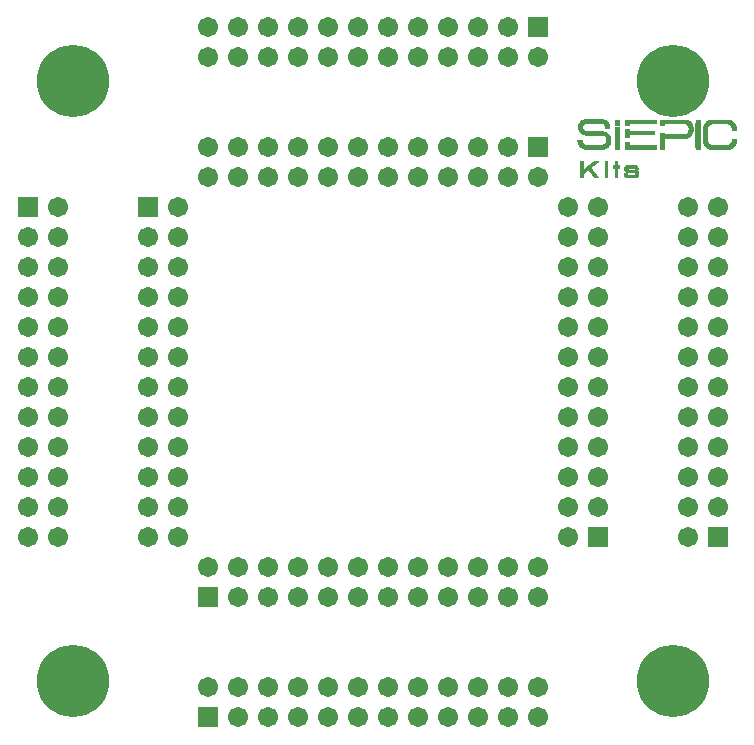
<source format=gts>
G04*
G04 #@! TF.GenerationSoftware,Altium Limited,Altium Designer,19.1.5 (86)*
G04*
G04 Layer_Color=8388736*
%FSLAX25Y25*%
%MOIN*%
G70*
G01*
G75*
%ADD14C,0.00100*%
%ADD15C,0.06706*%
%ADD16R,0.06706X0.06706*%
%ADD17R,0.06706X0.06706*%
%ADD18C,0.24113*%
D14*
X207650Y187300D02*
X210450D01*
X203450D02*
X204350D01*
X200150D02*
X201050D01*
X196750D02*
X197950D01*
X191950D02*
X192850D01*
X207250Y187400D02*
X210650D01*
X203450D02*
X204350D01*
X200150D02*
X201050D01*
X196650D02*
X197850D01*
X191950D02*
X192850D01*
X207050Y187500D02*
X210850D01*
X203450D02*
X204350D01*
X200150D02*
X201050D01*
X196650D02*
X197750D01*
X191950D02*
X192850D01*
X206950Y187600D02*
X210950D01*
X203450D02*
X204350D01*
X200150D02*
X201050D01*
X196550D02*
X197750D01*
X191950D02*
X192850D01*
X206850Y187700D02*
X211050D01*
X203450D02*
X204350D01*
X200150D02*
X201050D01*
X196450D02*
X197650D01*
X191950D02*
X192850D01*
X206750Y187800D02*
X211150D01*
X203450D02*
X204350D01*
X200150D02*
X201050D01*
X196350D02*
X197550D01*
X191950D02*
X192850D01*
X206650Y187900D02*
X211150D01*
X203450D02*
X204350D01*
X200150D02*
X201050D01*
X196250D02*
X197450D01*
X191950D02*
X192850D01*
X206650Y188000D02*
X211250D01*
X203450D02*
X204350D01*
X200150D02*
X201050D01*
X196150D02*
X197350D01*
X191950D02*
X192850D01*
X206550Y188100D02*
X211250D01*
X203450D02*
X204350D01*
X200150D02*
X201050D01*
X196150D02*
X197350D01*
X191950D02*
X192850D01*
X210150Y188200D02*
X211250D01*
X206550D02*
X207750D01*
X203450D02*
X204350D01*
X200150D02*
X201050D01*
X196050D02*
X197250D01*
X191950D02*
X192850D01*
X210350Y188300D02*
X211350D01*
X206550D02*
X207550D01*
X203450D02*
X204350D01*
X200150D02*
X201050D01*
X195950D02*
X197150D01*
X191950D02*
X192850D01*
X210350Y188400D02*
X211350D01*
X206550D02*
X207550D01*
X203450D02*
X204350D01*
X200150D02*
X201050D01*
X195850D02*
X197050D01*
X191950D02*
X192850D01*
X210450Y188500D02*
X211350D01*
X206550D02*
X207450D01*
X203450D02*
X204350D01*
X200150D02*
X201050D01*
X195750D02*
X196950D01*
X191950D02*
X192850D01*
X210450Y188600D02*
X211350D01*
X206550D02*
X207450D01*
X203450D02*
X204350D01*
X200150D02*
X201050D01*
X195750D02*
X196850D01*
X191950D02*
X192850D01*
X210450Y188700D02*
X211350D01*
X206550D02*
X207450D01*
X203450D02*
X204350D01*
X200150D02*
X201050D01*
X195650D02*
X196850D01*
X191950D02*
X192950D01*
X210350Y188800D02*
X211350D01*
X203450D02*
X204350D01*
X200150D02*
X201050D01*
X195550D02*
X196750D01*
X191950D02*
X193050D01*
X210350Y188900D02*
X211350D01*
X203450D02*
X204350D01*
X200150D02*
X201050D01*
X195450D02*
X196650D01*
X191950D02*
X193150D01*
X210150Y189000D02*
X211250D01*
X203450D02*
X204350D01*
X200150D02*
X201050D01*
X195350D02*
X196550D01*
X191950D02*
X193350D01*
X207450Y189100D02*
X211250D01*
X203450D02*
X204350D01*
X200150D02*
X201050D01*
X195350D02*
X196450D01*
X191950D02*
X193450D01*
X207150Y189200D02*
X211150D01*
X203450D02*
X204350D01*
X200150D02*
X201050D01*
X195250D02*
X196450D01*
X191950D02*
X193550D01*
X206950Y189300D02*
X211150D01*
X203450D02*
X204350D01*
X200150D02*
X201050D01*
X195150D02*
X196350D01*
X191950D02*
X193650D01*
X206850Y189400D02*
X211050D01*
X203450D02*
X204350D01*
X200150D02*
X201050D01*
X195050D02*
X196250D01*
X191950D02*
X193750D01*
X206750Y189500D02*
X210950D01*
X203450D02*
X204350D01*
X200150D02*
X201050D01*
X194950D02*
X196150D01*
X191950D02*
X193950D01*
X206750Y189600D02*
X210850D01*
X203450D02*
X204350D01*
X200150D02*
X201050D01*
X194850D02*
X196050D01*
X191950D02*
X194050D01*
X206650Y189700D02*
X210750D01*
X203450D02*
X204350D01*
X200150D02*
X201050D01*
X194850D02*
X196050D01*
X191950D02*
X194150D01*
X206650Y189800D02*
X210550D01*
X203450D02*
X204350D01*
X200150D02*
X201050D01*
X194750D02*
X195950D01*
X191950D02*
X194250D01*
X206550Y189900D02*
X210350D01*
X203450D02*
X204350D01*
X200150D02*
X201050D01*
X194650D02*
X195850D01*
X192950D02*
X194450D01*
X191950D02*
X192850D01*
X210350Y190000D02*
X211150D01*
X206550D02*
X207750D01*
X203450D02*
X204350D01*
X200150D02*
X201050D01*
X193050D02*
X195750D01*
X191950D02*
X192850D01*
X210250Y190100D02*
X211150D01*
X206550D02*
X207450D01*
X203450D02*
X204350D01*
X200150D02*
X201050D01*
X193150D02*
X195650D01*
X191950D02*
X192850D01*
X210250Y190200D02*
X211150D01*
X206550D02*
X207450D01*
X203450D02*
X204350D01*
X200150D02*
X201050D01*
X193350D02*
X195550D01*
X191950D02*
X192850D01*
X210250Y190300D02*
X211150D01*
X206550D02*
X207450D01*
X203450D02*
X204350D01*
X200150D02*
X201050D01*
X193450D02*
X195550D01*
X191950D02*
X192850D01*
X210150Y190400D02*
X211150D01*
X206550D02*
X207450D01*
X203450D02*
X204350D01*
X200150D02*
X201050D01*
X193550D02*
X195450D01*
X191950D02*
X192850D01*
X210050Y190500D02*
X211150D01*
X206550D02*
X207550D01*
X203450D02*
X204350D01*
X200150D02*
X201050D01*
X193650D02*
X195350D01*
X191950D02*
X192850D01*
X206550Y190600D02*
X211150D01*
X202850D02*
X204950D01*
X200150D02*
X201050D01*
X193850D02*
X195250D01*
X191950D02*
X192850D01*
X206550Y190700D02*
X211050D01*
X202850D02*
X204950D01*
X200150D02*
X201050D01*
X193950D02*
X195450D01*
X191950D02*
X192850D01*
X206650Y190800D02*
X211050D01*
X202850D02*
X204950D01*
X200150D02*
X201050D01*
X194050D02*
X195550D01*
X191950D02*
X192850D01*
X206650Y190900D02*
X210950D01*
X202850D02*
X204950D01*
X200150D02*
X201050D01*
X194150D02*
X195650D01*
X191950D02*
X192850D01*
X206750Y191000D02*
X210850D01*
X202850D02*
X204950D01*
X200150D02*
X201050D01*
X194350D02*
X195750D01*
X191950D02*
X192850D01*
X206850Y191100D02*
X210750D01*
X202850D02*
X204950D01*
X200150D02*
X201050D01*
X194450D02*
X195950D01*
X191950D02*
X192850D01*
X206950Y191200D02*
X210650D01*
X202850D02*
X204950D01*
X200150D02*
X201050D01*
X194550D02*
X196050D01*
X191950D02*
X192850D01*
X207150Y191300D02*
X210450D01*
X202850D02*
X204950D01*
X200150D02*
X201050D01*
X194650D02*
X196150D01*
X191950D02*
X192850D01*
X207350Y191400D02*
X210150D01*
X202850D02*
X204950D01*
X194850D02*
X196250D01*
X191950D02*
X192850D01*
X203450Y191500D02*
X204350D01*
X200150D02*
X201050D01*
X194950D02*
X196350D01*
X191950D02*
X192850D01*
X203450Y191600D02*
X204350D01*
X200150D02*
X201050D01*
X195050D02*
X196550D01*
X191950D02*
X192850D01*
X203450Y191700D02*
X204350D01*
X200150D02*
X201050D01*
X195150D02*
X196650D01*
X191950D02*
X192850D01*
X203450Y191800D02*
X204350D01*
X200150D02*
X201050D01*
X195350D02*
X196750D01*
X191950D02*
X192850D01*
X203450Y191900D02*
X204350D01*
X200150D02*
X201050D01*
X195450D02*
X196850D01*
X191950D02*
X192850D01*
X203450Y192000D02*
X204350D01*
X200150D02*
X201050D01*
X195550D02*
X197050D01*
X191950D02*
X192850D01*
X203450Y192100D02*
X204350D01*
X200150D02*
X201050D01*
X195650D02*
X197150D01*
X191950D02*
X192850D01*
X203450Y192200D02*
X204350D01*
X200150D02*
X201050D01*
X195750D02*
X197250D01*
X191950D02*
X192850D01*
X203450Y192300D02*
X204350D01*
X200150D02*
X201050D01*
X195950D02*
X197350D01*
X191950D02*
X192850D01*
X203450Y192400D02*
X204350D01*
X200150D02*
X201050D01*
X196050D02*
X197550D01*
X191950D02*
X192850D01*
X203450Y192500D02*
X204350D01*
X200150D02*
X201050D01*
X196150D02*
X197650D01*
X191950D02*
X192850D01*
X203450Y192600D02*
X204350D01*
X200150D02*
X201050D01*
X196250D02*
X197750D01*
X191950D02*
X192850D01*
X203450Y192700D02*
X204350D01*
X200150D02*
X201050D01*
X196450D02*
X197850D01*
X191950D02*
X192850D01*
X236350Y196700D02*
X240250D01*
X235150Y196800D02*
X241650D01*
X230450D02*
X231750D01*
X218650D02*
X219950D01*
X207050D02*
X217350D01*
X203650D02*
X204950D01*
X194450D02*
X199650D01*
X234750Y196900D02*
X241950D01*
X230450D02*
X231750D01*
X218650D02*
X219950D01*
X207050D02*
X217350D01*
X203650D02*
X204950D01*
X193250D02*
X200050D01*
X234550Y197000D02*
X242250D01*
X230450D02*
X231750D01*
X218650D02*
X219950D01*
X207050D02*
X217350D01*
X203650D02*
X204950D01*
X192850D02*
X200250D01*
X234350Y197100D02*
X242450D01*
X230450D02*
X231750D01*
X218650D02*
X219950D01*
X207050D02*
X217350D01*
X203650D02*
X204950D01*
X192650D02*
X200450D01*
X234250Y197200D02*
X242550D01*
X230450D02*
X231750D01*
X218650D02*
X219950D01*
X207050D02*
X217350D01*
X203650D02*
X204950D01*
X192450D02*
X200650D01*
X234050Y197300D02*
X242650D01*
X230450D02*
X231750D01*
X218650D02*
X219950D01*
X207050D02*
X217350D01*
X203650D02*
X204950D01*
X192350D02*
X200750D01*
X233950Y197400D02*
X242850D01*
X230350D02*
X231750D01*
X218650D02*
X219950D01*
X207050D02*
X217350D01*
X203650D02*
X204950D01*
X192150D02*
X200950D01*
X233850Y197500D02*
X242950D01*
X230350D02*
X231750D01*
X218650D02*
X219950D01*
X207050D02*
X217350D01*
X203650D02*
X204950D01*
X192050D02*
X201050D01*
X233750Y197600D02*
X243050D01*
X230350D02*
X231750D01*
X218650D02*
X219950D01*
X207050D02*
X217350D01*
X203650D02*
X204950D01*
X191950D02*
X201150D01*
X233650Y197700D02*
X243150D01*
X230350D02*
X231750D01*
X218650D02*
X219950D01*
X207050D02*
X217350D01*
X203650D02*
X204950D01*
X191850D02*
X201150D01*
X233550Y197800D02*
X243250D01*
X230350D02*
X231750D01*
X218650D02*
X219950D01*
X207050D02*
X217350D01*
X203650D02*
X204950D01*
X191750D02*
X201250D01*
X233450Y197900D02*
X243250D01*
X230350D02*
X231750D01*
X218650D02*
X219950D01*
X207050D02*
X217350D01*
X203650D02*
X204950D01*
X191650D02*
X201350D01*
X233450Y198000D02*
X243350D01*
X230350D02*
X231750D01*
X218650D02*
X219950D01*
X207050D02*
X217350D01*
X203650D02*
X204950D01*
X191650D02*
X201450D01*
X233350Y198100D02*
X243450D01*
X230350D02*
X231750D01*
X218650D02*
X219950D01*
X207050D02*
X208350D01*
X203650D02*
X204950D01*
X198750D02*
X201450D01*
X194350D02*
X196950D01*
X191550D02*
X193650D01*
X241250Y198200D02*
X243450D01*
X233250D02*
X235650D01*
X230350D02*
X231750D01*
X218650D02*
X219950D01*
X207050D02*
X208350D01*
X203650D02*
X204950D01*
X199350D02*
X201550D01*
X191450D02*
X193350D01*
X241550Y198300D02*
X243550D01*
X233250D02*
X235250D01*
X230350D02*
X231750D01*
X218650D02*
X219950D01*
X207050D02*
X208350D01*
X203650D02*
X204950D01*
X199650D02*
X201650D01*
X191450D02*
X193150D01*
X241750Y198400D02*
X243550D01*
X233150D02*
X235050D01*
X230350D02*
X231750D01*
X218650D02*
X219950D01*
X207050D02*
X208350D01*
X203650D02*
X204950D01*
X199850D02*
X201650D01*
X191350D02*
X193050D01*
X241850Y198500D02*
X243650D01*
X233150D02*
X234950D01*
X230350D02*
X231750D01*
X218650D02*
X219950D01*
X207050D02*
X208350D01*
X203650D02*
X204950D01*
X200050D02*
X201750D01*
X191350D02*
X192950D01*
X241950Y198600D02*
X243650D01*
X233150D02*
X234750D01*
X230350D02*
X231750D01*
X218650D02*
X219950D01*
X207050D02*
X208350D01*
X203650D02*
X204950D01*
X200150D02*
X201750D01*
X191250D02*
X192850D01*
X242050Y198700D02*
X243750D01*
X233050D02*
X234650D01*
X230350D02*
X231750D01*
X218650D02*
X219950D01*
X207050D02*
X208350D01*
X203650D02*
X204950D01*
X200250D02*
X201750D01*
X191250D02*
X192750D01*
X242150Y198800D02*
X243750D01*
X233050D02*
X234650D01*
X230350D02*
X231750D01*
X218650D02*
X219950D01*
X207050D02*
X208350D01*
X203650D02*
X204950D01*
X200350D02*
X201850D01*
X191250D02*
X192650D01*
X242250Y198900D02*
X243750D01*
X233050D02*
X234550D01*
X230350D02*
X231750D01*
X218650D02*
X219950D01*
X207050D02*
X208350D01*
X203650D02*
X204950D01*
X200350D02*
X201850D01*
X191150D02*
X192650D01*
X242250Y199000D02*
X243750D01*
X232950D02*
X234450D01*
X230350D02*
X231750D01*
X218650D02*
X219950D01*
X207050D02*
X208350D01*
X203650D02*
X204950D01*
X200450D02*
X201850D01*
X191150D02*
X192550D01*
X242350Y199100D02*
X243750D01*
X232950D02*
X234450D01*
X230350D02*
X231750D01*
X218650D02*
X219950D01*
X203650D02*
X204950D01*
X200550D02*
X201850D01*
X191150D02*
X192550D01*
X242350Y199200D02*
X243850D01*
X232950D02*
X234350D01*
X230350D02*
X231750D01*
X218650D02*
X219950D01*
X203650D02*
X204950D01*
X200550D02*
X201950D01*
X191150D02*
X192450D01*
X242450Y199300D02*
X243850D01*
X232950D02*
X234350D01*
X230350D02*
X231750D01*
X218650D02*
X219950D01*
X203650D02*
X204950D01*
X200550D02*
X201950D01*
X191050D02*
X192450D01*
X242450Y199400D02*
X243850D01*
X232950D02*
X234350D01*
X230350D02*
X231750D01*
X218650D02*
X219950D01*
X203650D02*
X204950D01*
X200650D02*
X201950D01*
X191050D02*
X192450D01*
X242450Y199500D02*
X243850D01*
X232950D02*
X234250D01*
X230350D02*
X231750D01*
X218650D02*
X219950D01*
X203650D02*
X204950D01*
X200650D02*
X201950D01*
X191050D02*
X192450D01*
X242450Y199600D02*
X243850D01*
X232950D02*
X234250D01*
X230350D02*
X231750D01*
X218650D02*
X219950D01*
X203650D02*
X204950D01*
X200650D02*
X201950D01*
X191050D02*
X192450D01*
X242450Y199700D02*
X243850D01*
X232950D02*
X234250D01*
X230350D02*
X231750D01*
X218650D02*
X219950D01*
X203650D02*
X204950D01*
X200650D02*
X201950D01*
X191050D02*
X192450D01*
X242450Y199800D02*
X243850D01*
X232950D02*
X234250D01*
X230350D02*
X231750D01*
X218650D02*
X219950D01*
X203650D02*
X204950D01*
X200650D02*
X201950D01*
X191050D02*
X192350D01*
X242450Y199900D02*
X243850D01*
X232950D02*
X234250D01*
X230350D02*
X231750D01*
X218650D02*
X219950D01*
X203650D02*
X204950D01*
X200650D02*
X201950D01*
X242450Y200000D02*
X243850D01*
X232950D02*
X234250D01*
X230350D02*
X231750D01*
X218650D02*
X219950D01*
X203650D02*
X204950D01*
X200650D02*
X201950D01*
X232950Y200100D02*
X234250D01*
X230350D02*
X231750D01*
X218650D02*
X219950D01*
X203650D02*
X204950D01*
X200650D02*
X201950D01*
X232950Y200200D02*
X234250D01*
X230350D02*
X231750D01*
X218650D02*
X219950D01*
X203650D02*
X204950D01*
X200650D02*
X201950D01*
X232950Y200300D02*
X234250D01*
X230350D02*
X231750D01*
X218650D02*
X219950D01*
X203650D02*
X204950D01*
X200650D02*
X201950D01*
X232950Y200400D02*
X234250D01*
X230350D02*
X231750D01*
X218650D02*
X219950D01*
X203650D02*
X204950D01*
X200550D02*
X201850D01*
X232950Y200500D02*
X234250D01*
X230350D02*
X231750D01*
X218650D02*
X227150D01*
X203650D02*
X204950D01*
X200550D02*
X201850D01*
X232950Y200600D02*
X234250D01*
X230350D02*
X231750D01*
X218650D02*
X227550D01*
X203650D02*
X204950D01*
X200550D02*
X201850D01*
X232950Y200700D02*
X234250D01*
X230350D02*
X231750D01*
X218650D02*
X227750D01*
X207050D02*
X208350D01*
X203650D02*
X204950D01*
X200550D02*
X201850D01*
X232850Y200800D02*
X234250D01*
X230350D02*
X231750D01*
X218650D02*
X227950D01*
X207050D02*
X208350D01*
X203650D02*
X204950D01*
X200450D02*
X201850D01*
X232850Y200900D02*
X234250D01*
X230350D02*
X231750D01*
X218650D02*
X228150D01*
X207050D02*
X208350D01*
X203650D02*
X204950D01*
X200450D02*
X201750D01*
X232850Y201000D02*
X234250D01*
X230350D02*
X231750D01*
X218650D02*
X228250D01*
X207050D02*
X208350D01*
X203650D02*
X204950D01*
X200350D02*
X201750D01*
X232850Y201100D02*
X234250D01*
X230350D02*
X231750D01*
X218650D02*
X228450D01*
X207050D02*
X208350D01*
X203650D02*
X204950D01*
X200250D02*
X201650D01*
X232850Y201200D02*
X234250D01*
X230350D02*
X231750D01*
X218650D02*
X228550D01*
X207050D02*
X208350D01*
X203650D02*
X204950D01*
X200150D02*
X201650D01*
X232850Y201300D02*
X234250D01*
X230350D02*
X231750D01*
X218650D02*
X228650D01*
X207050D02*
X208350D01*
X203650D02*
X204950D01*
X200050D02*
X201550D01*
X232850Y201400D02*
X234250D01*
X230350D02*
X231750D01*
X218650D02*
X228750D01*
X207050D02*
X208350D01*
X203650D02*
X204950D01*
X199850D02*
X201550D01*
X232850Y201500D02*
X234250D01*
X230350D02*
X231750D01*
X218650D02*
X228750D01*
X207050D02*
X208350D01*
X203650D02*
X204950D01*
X199450D02*
X201450D01*
X232850Y201600D02*
X234250D01*
X230350D02*
X231750D01*
X218650D02*
X228850D01*
X207050D02*
X208350D01*
X203650D02*
X204950D01*
X193550D02*
X201350D01*
X232850Y201700D02*
X234250D01*
X230350D02*
X231750D01*
X218650D02*
X228950D01*
X207050D02*
X216550D01*
X203650D02*
X204950D01*
X193150D02*
X201350D01*
X232850Y201800D02*
X234250D01*
X230350D02*
X231750D01*
X226950D02*
X229050D01*
X218650D02*
X219950D01*
X207050D02*
X216550D01*
X203650D02*
X204950D01*
X192950D02*
X201250D01*
X232850Y201900D02*
X234250D01*
X230350D02*
X231750D01*
X227250D02*
X229050D01*
X218650D02*
X219950D01*
X207050D02*
X216550D01*
X203650D02*
X204950D01*
X192650D02*
X201150D01*
X232850Y202000D02*
X234250D01*
X230350D02*
X231750D01*
X227450D02*
X229150D01*
X218650D02*
X219950D01*
X207050D02*
X216550D01*
X203650D02*
X204950D01*
X192550D02*
X201050D01*
X232850Y202100D02*
X234250D01*
X230350D02*
X231750D01*
X227550D02*
X229150D01*
X218650D02*
X219950D01*
X207050D02*
X216550D01*
X203650D02*
X204950D01*
X192350D02*
X200850D01*
X232850Y202200D02*
X234250D01*
X230350D02*
X231750D01*
X227650D02*
X229250D01*
X218650D02*
X219950D01*
X207050D02*
X216550D01*
X203650D02*
X204950D01*
X192250D02*
X200750D01*
X232850Y202300D02*
X234250D01*
X230350D02*
X231750D01*
X227750D02*
X229250D01*
X207050D02*
X216550D01*
X203650D02*
X204950D01*
X192050D02*
X200550D01*
X232850Y202400D02*
X234250D01*
X230350D02*
X231750D01*
X227850D02*
X229250D01*
X207050D02*
X216550D01*
X203650D02*
X204950D01*
X191950D02*
X200350D01*
X232850Y202500D02*
X234250D01*
X230350D02*
X231750D01*
X227850D02*
X229350D01*
X207050D02*
X216550D01*
X203650D02*
X204950D01*
X191850D02*
X200150D01*
X232850Y202600D02*
X234250D01*
X230350D02*
X231750D01*
X227950D02*
X229350D01*
X207050D02*
X216550D01*
X203650D02*
X204950D01*
X191850D02*
X199850D01*
X232850Y202700D02*
X234250D01*
X230350D02*
X231750D01*
X227950D02*
X229350D01*
X207050D02*
X216550D01*
X203650D02*
X204950D01*
X191750D02*
X199550D01*
X232850Y202800D02*
X234250D01*
X230350D02*
X231750D01*
X228050D02*
X229350D01*
X207050D02*
X216550D01*
X203650D02*
X204950D01*
X191650D02*
X198950D01*
X232850Y202900D02*
X234250D01*
X230350D02*
X231750D01*
X228050D02*
X229450D01*
X207050D02*
X216550D01*
X203650D02*
X204950D01*
X191550D02*
X193650D01*
X232850Y203000D02*
X234250D01*
X230350D02*
X231750D01*
X228050D02*
X229450D01*
X207050D02*
X208350D01*
X203650D02*
X204950D01*
X191550D02*
X193250D01*
X232850Y203100D02*
X234250D01*
X230350D02*
X231750D01*
X228150D02*
X229450D01*
X207050D02*
X208350D01*
X203650D02*
X204950D01*
X191450D02*
X193150D01*
X242550Y203200D02*
X243850D01*
X232850D02*
X234250D01*
X230350D02*
X231750D01*
X228150D02*
X229450D01*
X207050D02*
X208350D01*
X203650D02*
X204950D01*
X191450D02*
X192950D01*
X242450Y203300D02*
X243850D01*
X232950D02*
X234250D01*
X230350D02*
X231750D01*
X228150D02*
X229450D01*
X207050D02*
X208350D01*
X203650D02*
X204950D01*
X191350D02*
X192850D01*
X242450Y203400D02*
X243850D01*
X232950D02*
X234250D01*
X230350D02*
X231750D01*
X228150D02*
X229450D01*
X207050D02*
X208350D01*
X203650D02*
X204950D01*
X191350D02*
X192750D01*
X242450Y203500D02*
X243850D01*
X232950D02*
X234250D01*
X230350D02*
X231750D01*
X228150D02*
X229450D01*
X203650D02*
X204950D01*
X191350D02*
X192750D01*
X242450Y203600D02*
X243850D01*
X232950D02*
X234250D01*
X230350D02*
X231750D01*
X228150D02*
X229450D01*
X203650D02*
X204950D01*
X191350D02*
X192650D01*
X242450Y203700D02*
X243850D01*
X232950D02*
X234250D01*
X230350D02*
X231750D01*
X228150D02*
X229450D01*
X203650D02*
X204950D01*
X200250D02*
X201650D01*
X191250D02*
X192650D01*
X242450Y203800D02*
X243850D01*
X232950D02*
X234250D01*
X230350D02*
X231750D01*
X228150D02*
X229450D01*
X203650D02*
X204950D01*
X200250D02*
X201650D01*
X191250D02*
X192650D01*
X242450Y203900D02*
X243850D01*
X232950D02*
X234350D01*
X230350D02*
X231750D01*
X228150D02*
X229450D01*
X203650D02*
X204950D01*
X200250D02*
X201650D01*
X191250D02*
X192550D01*
X242450Y204000D02*
X243850D01*
X232950D02*
X234350D01*
X230350D02*
X231750D01*
X228150D02*
X229450D01*
X203650D02*
X204950D01*
X200250D02*
X201650D01*
X191250D02*
X192550D01*
X242450Y204100D02*
X243850D01*
X232950D02*
X234350D01*
X230350D02*
X231750D01*
X228050D02*
X229450D01*
X200250D02*
X201650D01*
X191250D02*
X192550D01*
X242350Y204200D02*
X243850D01*
X232950D02*
X234350D01*
X230350D02*
X231750D01*
X228050D02*
X229450D01*
X200250D02*
X201650D01*
X191250D02*
X192550D01*
X242350Y204300D02*
X243750D01*
X233050D02*
X234450D01*
X230350D02*
X231750D01*
X228050D02*
X229350D01*
X200250D02*
X201650D01*
X191250D02*
X192550D01*
X242250Y204400D02*
X243750D01*
X233050D02*
X234450D01*
X230350D02*
X231750D01*
X227950D02*
X229350D01*
X200250D02*
X201650D01*
X191250D02*
X192550D01*
X242250Y204500D02*
X243750D01*
X233050D02*
X234550D01*
X230350D02*
X231750D01*
X227950D02*
X229350D01*
X200250D02*
X201650D01*
X191250D02*
X192650D01*
X242150Y204600D02*
X243750D01*
X233150D02*
X234650D01*
X230350D02*
X231750D01*
X227850D02*
X229350D01*
X200150D02*
X201650D01*
X191250D02*
X192650D01*
X242050Y204700D02*
X243650D01*
X233150D02*
X234750D01*
X230350D02*
X231750D01*
X227850D02*
X229250D01*
X203650D02*
X204950D01*
X200150D02*
X201550D01*
X191350D02*
X192650D01*
X241950Y204800D02*
X243650D01*
X233150D02*
X234850D01*
X230350D02*
X231750D01*
X227750D02*
X229250D01*
X203650D02*
X204950D01*
X200050D02*
X201550D01*
X191350D02*
X192750D01*
X241850Y204900D02*
X243550D01*
X233250D02*
X234950D01*
X230350D02*
X231750D01*
X227650D02*
X229250D01*
X218650D02*
X219950D01*
X207050D02*
X208350D01*
X203650D02*
X204950D01*
X200050D02*
X201550D01*
X191350D02*
X192850D01*
X241650Y205000D02*
X243550D01*
X233250D02*
X235050D01*
X230350D02*
X231750D01*
X227550D02*
X229150D01*
X218650D02*
X219950D01*
X207050D02*
X208350D01*
X203650D02*
X204950D01*
X199950D02*
X201550D01*
X191350D02*
X192950D01*
X241550Y205100D02*
X243450D01*
X233350D02*
X235250D01*
X230350D02*
X231750D01*
X227350D02*
X229150D01*
X218650D02*
X219950D01*
X207050D02*
X208350D01*
X203650D02*
X204950D01*
X199850D02*
X201450D01*
X191450D02*
X193050D01*
X241150Y205200D02*
X243450D01*
X233350D02*
X235650D01*
X230350D02*
X231750D01*
X227250D02*
X229050D01*
X218650D02*
X219950D01*
X207050D02*
X208350D01*
X203650D02*
X204950D01*
X199750D02*
X201450D01*
X191450D02*
X193250D01*
X233450Y205300D02*
X243350D01*
X230350D02*
X231750D01*
X226950D02*
X229050D01*
X218650D02*
X219950D01*
X207050D02*
X208350D01*
X203650D02*
X204950D01*
X199550D02*
X201350D01*
X191550D02*
X193550D01*
X233550Y205400D02*
X243250D01*
X230450D02*
X231750D01*
X218650D02*
X228950D01*
X207050D02*
X217350D01*
X203650D02*
X204950D01*
X199250D02*
X201350D01*
X191550D02*
X194050D01*
X233550Y205500D02*
X243250D01*
X230450D02*
X231750D01*
X218650D02*
X228850D01*
X207050D02*
X217350D01*
X203650D02*
X204950D01*
X191650D02*
X201250D01*
X233650Y205600D02*
X243150D01*
X230450D02*
X231750D01*
X218650D02*
X228750D01*
X207050D02*
X217350D01*
X203650D02*
X204950D01*
X191650D02*
X201250D01*
X233750Y205700D02*
X243050D01*
X230450D02*
X231750D01*
X218650D02*
X228750D01*
X207050D02*
X217350D01*
X203650D02*
X204950D01*
X191750D02*
X201150D01*
X233850Y205800D02*
X242950D01*
X230450D02*
X231750D01*
X218650D02*
X228650D01*
X207050D02*
X217350D01*
X203650D02*
X204950D01*
X191850D02*
X201050D01*
X233950Y205900D02*
X242850D01*
X230450D02*
X231750D01*
X218650D02*
X228550D01*
X207050D02*
X217350D01*
X203650D02*
X204950D01*
X191950D02*
X200950D01*
X234050Y206000D02*
X242650D01*
X230450D02*
X231750D01*
X218650D02*
X228450D01*
X207050D02*
X217350D01*
X203650D02*
X204950D01*
X192050D02*
X200850D01*
X234250Y206100D02*
X242550D01*
X230450D02*
X231750D01*
X218650D02*
X228250D01*
X207050D02*
X217350D01*
X203650D02*
X204950D01*
X192150D02*
X200750D01*
X234350Y206200D02*
X242450D01*
X230450D02*
X231750D01*
X218650D02*
X228150D01*
X207050D02*
X217350D01*
X203650D02*
X204950D01*
X192250D02*
X200650D01*
X234550Y206300D02*
X242250D01*
X230450D02*
X231750D01*
X218650D02*
X227950D01*
X207050D02*
X217350D01*
X203650D02*
X204950D01*
X192350D02*
X200450D01*
X234750Y206400D02*
X241950D01*
X230450D02*
X231750D01*
X218650D02*
X227750D01*
X207050D02*
X217350D01*
X203650D02*
X204950D01*
X192550D02*
X200350D01*
X235150Y206500D02*
X241650D01*
X230450D02*
X231750D01*
X218650D02*
X227550D01*
X207050D02*
X217350D01*
X203650D02*
X204950D01*
X192650D02*
X200150D01*
X236150Y206600D02*
X240550D01*
X230450D02*
X231750D01*
X218650D02*
X227150D01*
X207050D02*
X217350D01*
X203650D02*
X204950D01*
X192950D02*
X199850D01*
X193250Y206700D02*
X199450D01*
D15*
X67900Y227400D02*
D03*
X77900D02*
D03*
X87900D02*
D03*
X97900D02*
D03*
X107900D02*
D03*
X117900D02*
D03*
X127900D02*
D03*
X137900D02*
D03*
X147900D02*
D03*
X157900D02*
D03*
X167900D02*
D03*
X177900D02*
D03*
X67900Y237400D02*
D03*
X77900D02*
D03*
X87900D02*
D03*
X97900D02*
D03*
X107900D02*
D03*
X117900D02*
D03*
X127900D02*
D03*
X137900D02*
D03*
X147900D02*
D03*
X157900D02*
D03*
X167900D02*
D03*
X227900Y177400D02*
D03*
Y167400D02*
D03*
Y157400D02*
D03*
Y147400D02*
D03*
Y137400D02*
D03*
Y127400D02*
D03*
Y117400D02*
D03*
Y107400D02*
D03*
Y97400D02*
D03*
Y87400D02*
D03*
Y77400D02*
D03*
Y67400D02*
D03*
X237900Y177400D02*
D03*
Y167400D02*
D03*
Y157400D02*
D03*
Y147400D02*
D03*
Y137400D02*
D03*
Y127400D02*
D03*
Y117400D02*
D03*
Y107400D02*
D03*
Y97400D02*
D03*
Y87400D02*
D03*
Y77400D02*
D03*
X177900Y17400D02*
D03*
X167900D02*
D03*
X157900D02*
D03*
X147900D02*
D03*
X137900D02*
D03*
X127900D02*
D03*
X117900D02*
D03*
X107900D02*
D03*
X97900D02*
D03*
X87900D02*
D03*
X77900D02*
D03*
X67900D02*
D03*
X177900Y7400D02*
D03*
X167900D02*
D03*
X157900D02*
D03*
X147900D02*
D03*
X137900D02*
D03*
X127900D02*
D03*
X117900D02*
D03*
X107900D02*
D03*
X97900D02*
D03*
X87900D02*
D03*
X77900D02*
D03*
X17900Y67400D02*
D03*
Y77400D02*
D03*
Y87400D02*
D03*
Y97400D02*
D03*
Y107400D02*
D03*
Y117400D02*
D03*
Y127400D02*
D03*
Y137400D02*
D03*
Y147400D02*
D03*
Y157400D02*
D03*
Y167400D02*
D03*
Y177400D02*
D03*
X7900Y67400D02*
D03*
Y77400D02*
D03*
Y87400D02*
D03*
Y97400D02*
D03*
Y107400D02*
D03*
Y117400D02*
D03*
Y127400D02*
D03*
Y137400D02*
D03*
Y147400D02*
D03*
Y157400D02*
D03*
Y167400D02*
D03*
X67900Y187400D02*
D03*
X77900D02*
D03*
X87900D02*
D03*
X97900D02*
D03*
X107900D02*
D03*
X117900D02*
D03*
X127900D02*
D03*
X137900D02*
D03*
X147900D02*
D03*
X157900D02*
D03*
X167900D02*
D03*
X177900D02*
D03*
X67900Y197400D02*
D03*
X77900D02*
D03*
X87900D02*
D03*
X97900D02*
D03*
X107900D02*
D03*
X117900D02*
D03*
X127900D02*
D03*
X137900D02*
D03*
X147900D02*
D03*
X157900D02*
D03*
X167900D02*
D03*
X187900Y177400D02*
D03*
Y167400D02*
D03*
Y157400D02*
D03*
Y147400D02*
D03*
Y137400D02*
D03*
Y127400D02*
D03*
Y117400D02*
D03*
Y107400D02*
D03*
Y97400D02*
D03*
Y87400D02*
D03*
Y77400D02*
D03*
Y67400D02*
D03*
X197900Y177400D02*
D03*
Y167400D02*
D03*
Y157400D02*
D03*
Y147400D02*
D03*
Y137400D02*
D03*
Y127400D02*
D03*
Y117400D02*
D03*
Y107400D02*
D03*
Y97400D02*
D03*
Y87400D02*
D03*
Y77400D02*
D03*
X57900Y67400D02*
D03*
Y77400D02*
D03*
Y87400D02*
D03*
Y97400D02*
D03*
Y107400D02*
D03*
Y117400D02*
D03*
Y127400D02*
D03*
Y137400D02*
D03*
Y147400D02*
D03*
Y157400D02*
D03*
Y167400D02*
D03*
Y177400D02*
D03*
X47900Y67400D02*
D03*
Y77400D02*
D03*
Y87400D02*
D03*
Y97400D02*
D03*
Y107400D02*
D03*
Y117400D02*
D03*
Y127400D02*
D03*
Y137400D02*
D03*
Y147400D02*
D03*
Y157400D02*
D03*
Y167400D02*
D03*
X177900Y57400D02*
D03*
X167900D02*
D03*
X157900D02*
D03*
X147900D02*
D03*
X137900D02*
D03*
X127900D02*
D03*
X117900D02*
D03*
X107900D02*
D03*
X97900D02*
D03*
X87900D02*
D03*
X77900D02*
D03*
X67900D02*
D03*
X177900Y47400D02*
D03*
X167900D02*
D03*
X157900D02*
D03*
X147900D02*
D03*
X137900D02*
D03*
X127900D02*
D03*
X117900D02*
D03*
X107900D02*
D03*
X97900D02*
D03*
X87900D02*
D03*
X77900D02*
D03*
D16*
X177900Y237400D02*
D03*
X67900Y7400D02*
D03*
X177900Y197400D02*
D03*
X67900Y47400D02*
D03*
D17*
X237900Y67400D02*
D03*
X7900Y177400D02*
D03*
X197900Y67400D02*
D03*
X47900Y177400D02*
D03*
D18*
X22900Y219400D02*
D03*
Y19400D02*
D03*
X222900D02*
D03*
Y219400D02*
D03*
M02*

</source>
